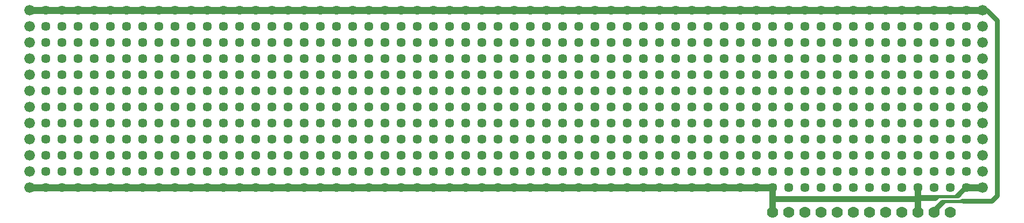
<source format=gtl>
G04*
G04 #@! TF.GenerationSoftware,Altium Limited,CircuitStudio,1.5.2 (30)*
G04*
G04 Layer_Physical_Order=1*
G04 Layer_Color=255*
%FSLAX25Y25*%
%MOIN*%
G70*
G01*
G75*
%ADD10C,0.02000*%
%ADD11C,0.04400*%
%ADD12C,0.03000*%
%ADD13C,0.04000*%
%ADD14C,0.03600*%
%ADD15C,0.05700*%
%ADD16C,0.06600*%
%ADD17C,0.07000*%
D10*
X1149980Y538520D02*
X1155480Y544020D01*
X1151480Y538520D02*
X1156980Y544020D01*
X1127280Y538520D02*
X1151480D01*
X1137880Y529820D02*
X1143380Y535320D01*
X1141580D02*
X1157680D01*
X1136080Y529820D02*
X1141580Y535320D01*
X1126580Y536720D02*
X1137780D01*
X1139480Y538420D01*
X1153280Y535320D02*
X1154080Y536120D01*
D11*
X1156980Y544020D02*
X1166690D01*
X576690D02*
X1036690D01*
X576690Y654020D02*
X1166690D01*
D12*
X1172380Y535820D02*
X1175680Y539120D01*
X1154580Y535820D02*
X1172380D01*
X1175680Y539120D02*
Y647620D01*
X1169280Y654020D02*
X1175680Y647620D01*
X1166690Y654020D02*
X1169280D01*
D13*
X1126690Y529032D02*
Y544020D01*
X1036690Y528920D02*
Y544020D01*
D14*
X1036780Y537120D02*
X1126680D01*
D15*
X656690Y594020D02*
D03*
X666690D02*
D03*
X686690D02*
D03*
X706690D02*
D03*
X716690D02*
D03*
X726690D02*
D03*
X736690D02*
D03*
X746690D02*
D03*
X756690D02*
D03*
X806690D02*
D03*
X796690D02*
D03*
X836690D02*
D03*
X826690D02*
D03*
X866690D02*
D03*
X856690D02*
D03*
X876690D02*
D03*
X886690D02*
D03*
X896690D02*
D03*
X906690D02*
D03*
X916690D02*
D03*
X926690D02*
D03*
X676690D02*
D03*
X696690D02*
D03*
X816690D02*
D03*
X846690D02*
D03*
X936690D02*
D03*
X766690D02*
D03*
X596690Y554020D02*
D03*
X586690Y594020D02*
D03*
X606690Y554020D02*
D03*
X626690D02*
D03*
X636690D02*
D03*
X656690D02*
D03*
X666690D02*
D03*
X686690D02*
D03*
X706690D02*
D03*
X716690D02*
D03*
X726690D02*
D03*
X736690D02*
D03*
X746690D02*
D03*
X756690D02*
D03*
X806690D02*
D03*
X796690D02*
D03*
X836690D02*
D03*
X826690D02*
D03*
X866690D02*
D03*
X856690D02*
D03*
X876690D02*
D03*
X886690D02*
D03*
X896690D02*
D03*
X906690D02*
D03*
X916690D02*
D03*
X926690D02*
D03*
X1156690Y594020D02*
D03*
X616690Y554020D02*
D03*
X646690D02*
D03*
X676690D02*
D03*
X696690D02*
D03*
X776690D02*
D03*
X816690D02*
D03*
X846690D02*
D03*
X936690D02*
D03*
X786690D02*
D03*
X766690D02*
D03*
Y564020D02*
D03*
Y584020D02*
D03*
Y574020D02*
D03*
X786690Y564020D02*
D03*
X656690Y574020D02*
D03*
X666690D02*
D03*
X686690D02*
D03*
X706690D02*
D03*
X716690D02*
D03*
X726690D02*
D03*
X736690D02*
D03*
X746690D02*
D03*
X756690D02*
D03*
X806690D02*
D03*
X796690D02*
D03*
X836690D02*
D03*
X826690D02*
D03*
X856690D02*
D03*
X886690D02*
D03*
X896690D02*
D03*
X906690D02*
D03*
X916690D02*
D03*
X926690D02*
D03*
X1156690D02*
D03*
X676690D02*
D03*
X696690D02*
D03*
X816690D02*
D03*
X846690D02*
D03*
X936690D02*
D03*
Y564020D02*
D03*
X846690D02*
D03*
X816690D02*
D03*
X776690D02*
D03*
X696690D02*
D03*
X676690D02*
D03*
X646690D02*
D03*
X616690D02*
D03*
X1156690Y584020D02*
D03*
X926690Y564020D02*
D03*
X916690D02*
D03*
X906690D02*
D03*
X896690D02*
D03*
X886690D02*
D03*
X876690D02*
D03*
X856690D02*
D03*
X866690D02*
D03*
X826690D02*
D03*
X836690D02*
D03*
X796690D02*
D03*
X806690D02*
D03*
X756690D02*
D03*
X746690D02*
D03*
X736690D02*
D03*
X726690D02*
D03*
X716690D02*
D03*
X706690D02*
D03*
X686690D02*
D03*
X666690D02*
D03*
X656690D02*
D03*
X636690D02*
D03*
X626690D02*
D03*
X606690D02*
D03*
X586690Y584020D02*
D03*
X596690Y564020D02*
D03*
X756690Y584020D02*
D03*
X666690D02*
D03*
X746690D02*
D03*
X736690D02*
D03*
X726690D02*
D03*
X716690D02*
D03*
X706690D02*
D03*
X696690D02*
D03*
X676690D02*
D03*
X686690D02*
D03*
X656690D02*
D03*
X926690D02*
D03*
X896690D02*
D03*
X846690D02*
D03*
X1156690Y564020D02*
D03*
X936690Y584020D02*
D03*
X916690D02*
D03*
X906690D02*
D03*
X886690D02*
D03*
X856690D02*
D03*
X826690D02*
D03*
X836690D02*
D03*
X816690D02*
D03*
X796690D02*
D03*
X806690D02*
D03*
X866690Y574020D02*
D03*
X876690D02*
D03*
Y584020D02*
D03*
X866690D02*
D03*
X1156690Y554020D02*
D03*
Y604020D02*
D03*
Y614020D02*
D03*
Y634020D02*
D03*
Y624020D02*
D03*
X1066690Y584020D02*
D03*
X1076690D02*
D03*
Y574020D02*
D03*
X1066690D02*
D03*
X1016690Y584020D02*
D03*
X1036690D02*
D03*
X1026690D02*
D03*
X1056690D02*
D03*
X1086690D02*
D03*
X1106690D02*
D03*
X1116690D02*
D03*
X1136690D02*
D03*
X1046690D02*
D03*
X1096690D02*
D03*
X1126690D02*
D03*
X1036690Y554020D02*
D03*
X1026690Y564020D02*
D03*
X1066690Y554020D02*
D03*
X1056690D02*
D03*
X1076690D02*
D03*
X1086690D02*
D03*
X1096690D02*
D03*
X1106690D02*
D03*
X1116690D02*
D03*
X1126690D02*
D03*
X1016690Y564020D02*
D03*
X1046690Y554020D02*
D03*
X1136690D02*
D03*
Y574020D02*
D03*
X1046690D02*
D03*
X1016690D02*
D03*
X1126690D02*
D03*
X1116690D02*
D03*
X1106690D02*
D03*
X1096690D02*
D03*
X1086690D02*
D03*
X1056690D02*
D03*
X1026690D02*
D03*
X1036690D02*
D03*
X1136690Y544020D02*
D03*
X1046690D02*
D03*
X1016690Y554020D02*
D03*
X1126690Y544020D02*
D03*
X1116690D02*
D03*
X1106690D02*
D03*
X1096690D02*
D03*
X1086690D02*
D03*
X1076690D02*
D03*
X1056690D02*
D03*
X1066690D02*
D03*
X1026690Y554020D02*
D03*
X1036690Y544020D02*
D03*
X1136690Y594020D02*
D03*
X1046690D02*
D03*
X1016690D02*
D03*
X1126690D02*
D03*
X1116690D02*
D03*
X1106690D02*
D03*
X1096690D02*
D03*
X1086690D02*
D03*
X1076690D02*
D03*
X1056690D02*
D03*
X1066690D02*
D03*
X1026690D02*
D03*
X1036690D02*
D03*
X946690Y584020D02*
D03*
X966690D02*
D03*
X976690D02*
D03*
X996690D02*
D03*
X956690D02*
D03*
X986690D02*
D03*
X946690Y564020D02*
D03*
X956690D02*
D03*
X966690D02*
D03*
X976690D02*
D03*
X986690D02*
D03*
X996690D02*
D03*
Y574020D02*
D03*
X986690D02*
D03*
X976690D02*
D03*
X966690D02*
D03*
X956690D02*
D03*
X946690D02*
D03*
X996690Y554020D02*
D03*
X986690D02*
D03*
X976690D02*
D03*
X966690D02*
D03*
X956690D02*
D03*
X946690D02*
D03*
X996690Y594020D02*
D03*
X986690D02*
D03*
X976690D02*
D03*
X966690D02*
D03*
X956690D02*
D03*
X946690D02*
D03*
X1006690D02*
D03*
Y554020D02*
D03*
Y574020D02*
D03*
Y564020D02*
D03*
Y584020D02*
D03*
X1146690Y594020D02*
D03*
Y544020D02*
D03*
Y574020D02*
D03*
Y554020D02*
D03*
Y584020D02*
D03*
X786690D02*
D03*
X776690D02*
D03*
Y574020D02*
D03*
X786690D02*
D03*
X776690Y594020D02*
D03*
X786690D02*
D03*
X596690Y584020D02*
D03*
X626690D02*
D03*
X616690D02*
D03*
X636690D02*
D03*
X646690D02*
D03*
X606690D02*
D03*
X636690Y574020D02*
D03*
X616690D02*
D03*
X646690D02*
D03*
X626690D02*
D03*
X606690D02*
D03*
X596690D02*
D03*
X636690Y594020D02*
D03*
X616690D02*
D03*
X646690D02*
D03*
X626690D02*
D03*
X606690D02*
D03*
X596690D02*
D03*
X586690Y564020D02*
D03*
Y574020D02*
D03*
Y554020D02*
D03*
Y604020D02*
D03*
Y624020D02*
D03*
Y614020D02*
D03*
Y634020D02*
D03*
Y644020D02*
D03*
X1156690D02*
D03*
X596690Y604020D02*
D03*
X606690D02*
D03*
X626690D02*
D03*
X646690D02*
D03*
X616690D02*
D03*
X636690D02*
D03*
X596690Y624020D02*
D03*
X606690D02*
D03*
X626690D02*
D03*
X646690D02*
D03*
X616690D02*
D03*
X636690D02*
D03*
X606690Y614020D02*
D03*
X646690D02*
D03*
X636690D02*
D03*
X616690D02*
D03*
X626690D02*
D03*
X596690D02*
D03*
X786690Y604020D02*
D03*
X776690D02*
D03*
X786690Y624020D02*
D03*
X776690D02*
D03*
Y614020D02*
D03*
X786690D02*
D03*
X1146690D02*
D03*
Y634020D02*
D03*
Y624020D02*
D03*
Y644020D02*
D03*
Y604020D02*
D03*
X1006690Y614020D02*
D03*
Y634020D02*
D03*
Y624020D02*
D03*
Y644020D02*
D03*
Y604020D02*
D03*
X946690D02*
D03*
X956690D02*
D03*
X966690D02*
D03*
X976690D02*
D03*
X986690D02*
D03*
X996690D02*
D03*
X946690Y644020D02*
D03*
X956690D02*
D03*
X966690D02*
D03*
X976690D02*
D03*
X986690D02*
D03*
X996690D02*
D03*
X946690Y624020D02*
D03*
X956690D02*
D03*
X966690D02*
D03*
X976690D02*
D03*
X986690D02*
D03*
X996690D02*
D03*
Y634020D02*
D03*
X986690D02*
D03*
X976690D02*
D03*
X966690D02*
D03*
X956690D02*
D03*
X946690D02*
D03*
X986690Y614020D02*
D03*
X956690D02*
D03*
X996690D02*
D03*
X976690D02*
D03*
X966690D02*
D03*
X946690D02*
D03*
X1036690Y604020D02*
D03*
X1026690D02*
D03*
X1066690D02*
D03*
X1056690D02*
D03*
X1076690D02*
D03*
X1086690D02*
D03*
X1096690D02*
D03*
X1106690D02*
D03*
X1116690D02*
D03*
X1126690D02*
D03*
X1016690D02*
D03*
X1046690D02*
D03*
X1136690D02*
D03*
X1036690Y644020D02*
D03*
X1026690D02*
D03*
X1066690D02*
D03*
X1056690D02*
D03*
X1076690D02*
D03*
X1086690D02*
D03*
X1096690D02*
D03*
X1106690D02*
D03*
X1116690D02*
D03*
X1126690D02*
D03*
X1016690D02*
D03*
X1046690D02*
D03*
X1136690D02*
D03*
X1036690Y624020D02*
D03*
X1026690D02*
D03*
X1056690D02*
D03*
X1086690D02*
D03*
X1096690D02*
D03*
X1106690D02*
D03*
X1116690D02*
D03*
X1126690D02*
D03*
X1016690D02*
D03*
X1046690D02*
D03*
X1136690D02*
D03*
Y634020D02*
D03*
X1046690D02*
D03*
X1016690D02*
D03*
X1126690D02*
D03*
X1116690D02*
D03*
X1106690D02*
D03*
X1096690D02*
D03*
X1086690D02*
D03*
X1076690D02*
D03*
X1056690D02*
D03*
X1066690D02*
D03*
X1026690D02*
D03*
X1036690D02*
D03*
X1126690Y614020D02*
D03*
X1096690D02*
D03*
X1046690D02*
D03*
X1136690D02*
D03*
X1116690D02*
D03*
X1106690D02*
D03*
X1086690D02*
D03*
X1056690D02*
D03*
X1026690D02*
D03*
X1036690D02*
D03*
X1016690D02*
D03*
X1066690Y624020D02*
D03*
X1076690D02*
D03*
Y614020D02*
D03*
X1066690D02*
D03*
X866690D02*
D03*
X876690D02*
D03*
Y624020D02*
D03*
X866690D02*
D03*
X806690Y614020D02*
D03*
X796690D02*
D03*
X816690D02*
D03*
X836690D02*
D03*
X826690D02*
D03*
X856690D02*
D03*
X886690D02*
D03*
X906690D02*
D03*
X916690D02*
D03*
X936690D02*
D03*
X846690D02*
D03*
X896690D02*
D03*
X926690D02*
D03*
X656690D02*
D03*
X686690D02*
D03*
X676690D02*
D03*
X696690D02*
D03*
X706690D02*
D03*
X716690D02*
D03*
X726690D02*
D03*
X736690D02*
D03*
X746690D02*
D03*
X666690D02*
D03*
X756690D02*
D03*
X596690Y634020D02*
D03*
X606690D02*
D03*
X626690D02*
D03*
X636690D02*
D03*
X656690D02*
D03*
X666690D02*
D03*
X686690D02*
D03*
X706690D02*
D03*
X716690D02*
D03*
X726690D02*
D03*
X736690D02*
D03*
X746690D02*
D03*
X756690D02*
D03*
X806690D02*
D03*
X796690D02*
D03*
X836690D02*
D03*
X826690D02*
D03*
X866690D02*
D03*
X856690D02*
D03*
X876690D02*
D03*
X886690D02*
D03*
X896690D02*
D03*
X906690D02*
D03*
X916690D02*
D03*
X926690D02*
D03*
X616690D02*
D03*
X646690D02*
D03*
X676690D02*
D03*
X696690D02*
D03*
X776690D02*
D03*
X816690D02*
D03*
X846690D02*
D03*
X936690D02*
D03*
Y624020D02*
D03*
X846690D02*
D03*
X816690D02*
D03*
X696690D02*
D03*
X676690D02*
D03*
X926690D02*
D03*
X916690D02*
D03*
X906690D02*
D03*
X896690D02*
D03*
X886690D02*
D03*
X856690D02*
D03*
X826690D02*
D03*
X836690D02*
D03*
X796690D02*
D03*
X806690D02*
D03*
X756690D02*
D03*
X746690D02*
D03*
X736690D02*
D03*
X726690D02*
D03*
X716690D02*
D03*
X706690D02*
D03*
X686690D02*
D03*
X666690D02*
D03*
X656690D02*
D03*
X786690Y634020D02*
D03*
X766690Y624020D02*
D03*
Y614020D02*
D03*
Y634020D02*
D03*
Y644020D02*
D03*
X786690D02*
D03*
X936690D02*
D03*
X846690D02*
D03*
X816690D02*
D03*
X776690D02*
D03*
X696690D02*
D03*
X676690D02*
D03*
X646690D02*
D03*
X616690D02*
D03*
X926690D02*
D03*
X916690D02*
D03*
X906690D02*
D03*
X896690D02*
D03*
X886690D02*
D03*
X876690D02*
D03*
X856690D02*
D03*
X866690D02*
D03*
X826690D02*
D03*
X836690D02*
D03*
X796690D02*
D03*
X806690D02*
D03*
X756690D02*
D03*
X746690D02*
D03*
X736690D02*
D03*
X726690D02*
D03*
X716690D02*
D03*
X706690D02*
D03*
X686690D02*
D03*
X666690D02*
D03*
X656690D02*
D03*
X636690D02*
D03*
X626690D02*
D03*
X606690D02*
D03*
X596690D02*
D03*
X766690Y604020D02*
D03*
X936690D02*
D03*
X846690D02*
D03*
X816690D02*
D03*
X696690D02*
D03*
X676690D02*
D03*
X926690D02*
D03*
X916690D02*
D03*
X906690D02*
D03*
X896690D02*
D03*
X886690D02*
D03*
X876690D02*
D03*
X856690D02*
D03*
X866690D02*
D03*
X826690D02*
D03*
X836690D02*
D03*
X796690D02*
D03*
X806690D02*
D03*
X756690D02*
D03*
X746690D02*
D03*
X736690D02*
D03*
X726690D02*
D03*
X716690D02*
D03*
X706690D02*
D03*
X686690D02*
D03*
X666690D02*
D03*
X656690D02*
D03*
X596690Y654020D02*
D03*
X606690D02*
D03*
X626690D02*
D03*
X636690D02*
D03*
X656690D02*
D03*
X666690D02*
D03*
X686690D02*
D03*
X706690D02*
D03*
X716690D02*
D03*
X726690D02*
D03*
X736690D02*
D03*
X746690D02*
D03*
X756690D02*
D03*
X806690D02*
D03*
X796690D02*
D03*
X836690D02*
D03*
X826690D02*
D03*
X866690D02*
D03*
X856690D02*
D03*
X876690D02*
D03*
X886690D02*
D03*
X896690D02*
D03*
X906690D02*
D03*
X916690D02*
D03*
X926690D02*
D03*
X616690D02*
D03*
X646690D02*
D03*
X676690D02*
D03*
X696690D02*
D03*
X776690D02*
D03*
X816690D02*
D03*
X846690D02*
D03*
X936690D02*
D03*
X786690D02*
D03*
X766690D02*
D03*
X1136690D02*
D03*
X1046690D02*
D03*
X1016690D02*
D03*
X1126690D02*
D03*
X1116690D02*
D03*
X1106690D02*
D03*
X1096690D02*
D03*
X1086690D02*
D03*
X1076690D02*
D03*
X1056690D02*
D03*
X1066690D02*
D03*
X1026690D02*
D03*
X1036690D02*
D03*
X996690D02*
D03*
X986690D02*
D03*
X976690D02*
D03*
X966690D02*
D03*
X956690D02*
D03*
X946690D02*
D03*
X1006690D02*
D03*
X1146690D02*
D03*
X1156690D02*
D03*
X586690D02*
D03*
Y544020D02*
D03*
X1006690D02*
D03*
X946690D02*
D03*
X956690D02*
D03*
X966690D02*
D03*
X976690D02*
D03*
X986690D02*
D03*
X996690D02*
D03*
X1026690D02*
D03*
X1016690D02*
D03*
X766690D02*
D03*
X786690D02*
D03*
X936690D02*
D03*
X846690D02*
D03*
X816690D02*
D03*
X776690D02*
D03*
X696690D02*
D03*
X676690D02*
D03*
X646690D02*
D03*
X616690D02*
D03*
X926690D02*
D03*
X916690D02*
D03*
X906690D02*
D03*
X896690D02*
D03*
X886690D02*
D03*
X876690D02*
D03*
X856690D02*
D03*
X866690D02*
D03*
X826690D02*
D03*
X836690D02*
D03*
X796690D02*
D03*
X806690D02*
D03*
X756690D02*
D03*
X746690D02*
D03*
X736690D02*
D03*
X726690D02*
D03*
X716690D02*
D03*
X706690D02*
D03*
X686690D02*
D03*
X666690D02*
D03*
X656690D02*
D03*
X636690D02*
D03*
X626690D02*
D03*
X606690D02*
D03*
X596690D02*
D03*
X1136690Y564020D02*
D03*
X1046690D02*
D03*
X1126690D02*
D03*
X1116690D02*
D03*
X1106690D02*
D03*
X1096690D02*
D03*
X1086690D02*
D03*
X1076690D02*
D03*
X1056690D02*
D03*
X1066690D02*
D03*
X1036690D02*
D03*
X1146690D02*
D03*
X1156690Y544020D02*
D03*
D16*
X576690Y594020D02*
D03*
X1166690D02*
D03*
Y634020D02*
D03*
Y624020D02*
D03*
Y614020D02*
D03*
Y574020D02*
D03*
Y604020D02*
D03*
Y584020D02*
D03*
X576690D02*
D03*
X1166690Y564020D02*
D03*
Y554020D02*
D03*
X576690Y564020D02*
D03*
Y574020D02*
D03*
Y554020D02*
D03*
Y604020D02*
D03*
Y624020D02*
D03*
Y614020D02*
D03*
Y634020D02*
D03*
Y644020D02*
D03*
X1166690D02*
D03*
Y654020D02*
D03*
X576690D02*
D03*
Y544020D02*
D03*
X1166690D02*
D03*
D17*
X1136722Y528920D02*
D03*
X1146722D02*
D03*
X1116722D02*
D03*
X1126722D02*
D03*
X1096722D02*
D03*
X1106722D02*
D03*
X1076722D02*
D03*
X1086722D02*
D03*
X1056722D02*
D03*
X1066722D02*
D03*
X1036722D02*
D03*
X1046722D02*
D03*
M02*

</source>
